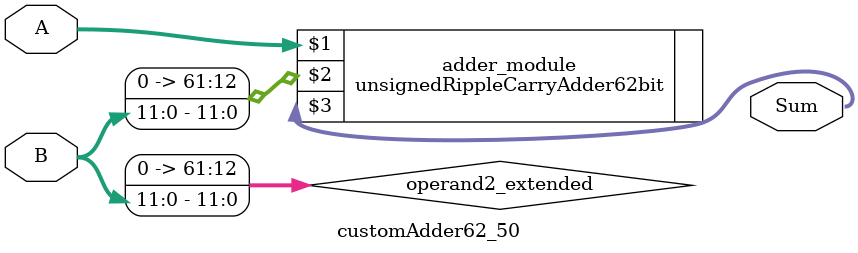
<source format=v>
module customAdder62_50(
                        input [61 : 0] A,
                        input [11 : 0] B,
                        
                        output [62 : 0] Sum
                );

        wire [61 : 0] operand2_extended;
        
        assign operand2_extended =  {50'b0, B};
        
        unsignedRippleCarryAdder62bit adder_module(
            A,
            operand2_extended,
            Sum
        );
        
        endmodule
        
</source>
